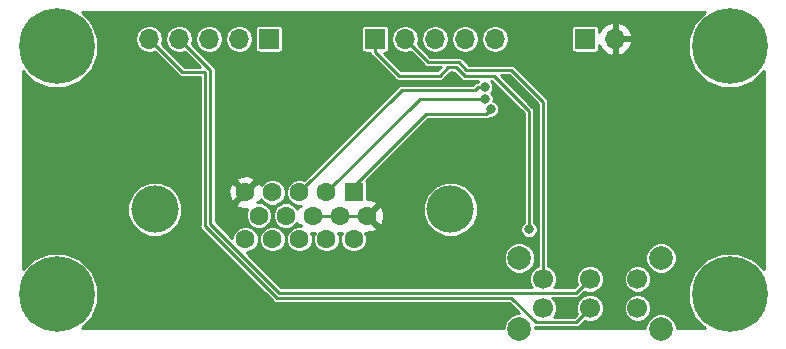
<source format=gbr>
G04 #@! TF.GenerationSoftware,KiCad,Pcbnew,6.0.0-rc1-unknown-r14633-2e907bfa*
G04 #@! TF.CreationDate,2018-12-23T16:51:31-08:00
G04 #@! TF.ProjectId,td-rgb,74642d72-6762-42e6-9b69-6361645f7063,rev?*
G04 #@! TF.SameCoordinates,Original*
G04 #@! TF.FileFunction,Copper,L2,Bot*
G04 #@! TF.FilePolarity,Positive*
%FSLAX46Y46*%
G04 Gerber Fmt 4.6, Leading zero omitted, Abs format (unit mm)*
G04 Created by KiCad (PCBNEW 6.0.0-rc1-unknown-r14633-2e907bfa) date Sun 23 Dec 2018 04:51:31 PM PST*
%MOMM*%
%LPD*%
G04 APERTURE LIST*
%ADD10C,6.400000*%
%ADD11O,1.700000X1.700000*%
%ADD12R,1.700000X1.700000*%
%ADD13C,1.700000*%
%ADD14C,2.000000*%
%ADD15C,4.000000*%
%ADD16C,1.600000*%
%ADD17R,1.600000X1.600000*%
%ADD18C,0.800000*%
%ADD19C,0.250000*%
%ADD20C,0.254000*%
G04 APERTURE END LIST*
D10*
X171000000Y-87000000D03*
X114000000Y-87000000D03*
X171000000Y-108000000D03*
D11*
X161290000Y-86360000D03*
D12*
X158750000Y-86360000D03*
D13*
X163182001Y-109180000D03*
X159182001Y-109180000D03*
X155182001Y-109180000D03*
X163182001Y-106680000D03*
X159182001Y-106680000D03*
X155182001Y-106680000D03*
D14*
X153182001Y-110930000D03*
X165182001Y-110930000D03*
X165182001Y-104930000D03*
X153182001Y-104930000D03*
D11*
X121840000Y-86360000D03*
X124380000Y-86360000D03*
X126920000Y-86360000D03*
X129460000Y-86360000D03*
D12*
X132000000Y-86360000D03*
D11*
X151130000Y-86360000D03*
X148590000Y-86360000D03*
X146050000Y-86360000D03*
X143510000Y-86360000D03*
D12*
X140970000Y-86360000D03*
D15*
X147332001Y-100788339D03*
X122332001Y-100788339D03*
D16*
X129987001Y-103328339D03*
X132277001Y-103328339D03*
X134567001Y-103328339D03*
X136857001Y-103328339D03*
X139147001Y-103328339D03*
X131132001Y-101348339D03*
X133422001Y-101348339D03*
X135712001Y-101348339D03*
X138002001Y-101348339D03*
X140292001Y-101348339D03*
X129987001Y-99368339D03*
X132277001Y-99368339D03*
X134567001Y-99368339D03*
X136857001Y-99368339D03*
D17*
X139147001Y-99368339D03*
D10*
X114000000Y-108000000D03*
D18*
X158000000Y-92500000D03*
X163000000Y-91500000D03*
X136140702Y-89640702D03*
X136000000Y-92000000D03*
X136000000Y-94500000D03*
X132000000Y-93000000D03*
X147500000Y-89500000D03*
X150500000Y-94000000D03*
X150250359Y-90446728D03*
X150286094Y-91446102D03*
X150754988Y-92329357D03*
X154000000Y-102500000D03*
D19*
X135712001Y-101348339D02*
X138002001Y-101348339D01*
X138002001Y-101348339D02*
X140292001Y-101348339D01*
X143210339Y-90725001D02*
X149406401Y-90725001D01*
X149684674Y-90446728D02*
X150250359Y-90446728D01*
X134567001Y-99368339D02*
X143210339Y-90725001D01*
X149406401Y-90725001D02*
X149684674Y-90446728D01*
X144779238Y-91446102D02*
X149720409Y-91446102D01*
X136857001Y-99368339D02*
X144779238Y-91446102D01*
X149720409Y-91446102D02*
X150286094Y-91446102D01*
X145270644Y-92729356D02*
X150354989Y-92729356D01*
X150354989Y-92729356D02*
X150754988Y-92329357D01*
X139147001Y-99368339D02*
X139147001Y-98852999D01*
X139147001Y-98852999D02*
X145270644Y-92729356D01*
X147151999Y-88774999D02*
X147848001Y-88774999D01*
X154000000Y-92500000D02*
X154000000Y-101934315D01*
X148573002Y-89500000D02*
X151000000Y-89500000D01*
X151000000Y-89500000D02*
X154000000Y-92500000D01*
X147848001Y-88774999D02*
X148573002Y-89500000D01*
X154000000Y-101934315D02*
X154000000Y-102500000D01*
X146426998Y-89500000D02*
X147151999Y-88774999D01*
X143010000Y-89500000D02*
X146426998Y-89500000D01*
X140970000Y-87460000D02*
X143010000Y-89500000D01*
X140970000Y-86360000D02*
X140970000Y-87460000D01*
X158332002Y-110029999D02*
X159182001Y-109180000D01*
X154568004Y-110355001D02*
X158007000Y-110355001D01*
X121840000Y-86360000D02*
X124657002Y-89177002D01*
X124657002Y-89177002D02*
X126560593Y-89177003D01*
X158007000Y-110355001D02*
X158332002Y-110029999D01*
X126560593Y-89177003D02*
X126560594Y-102203344D01*
X126560594Y-102203344D02*
X132662261Y-108305011D01*
X132662261Y-108305011D02*
X152518014Y-108305011D01*
X152518014Y-108305011D02*
X154568004Y-110355001D01*
X132848661Y-107855001D02*
X158007000Y-107855001D01*
X158007000Y-107855001D02*
X158332002Y-107529999D01*
X127010603Y-88990603D02*
X127010603Y-102016943D01*
X124380000Y-86360000D02*
X127010603Y-88990603D01*
X158332002Y-107529999D02*
X159182001Y-106680000D01*
X127010603Y-102016943D02*
X132848661Y-107855001D01*
X143510000Y-86360000D02*
X145474988Y-88324988D01*
X145474988Y-88324988D02*
X148034401Y-88324988D01*
X148034401Y-88324988D02*
X148709413Y-89000000D01*
X152500000Y-89000000D02*
X155182001Y-91682001D01*
X148709413Y-89000000D02*
X152500000Y-89000000D01*
X155182001Y-105477919D02*
X155182001Y-106680000D01*
X155182001Y-91682001D02*
X155182001Y-105477919D01*
D20*
G36*
X168009954Y-85002115D02*
G01*
X167473000Y-86298436D01*
X167473000Y-87701564D01*
X168009954Y-88997885D01*
X169002115Y-89990046D01*
X170298436Y-90527000D01*
X171701564Y-90527000D01*
X172997885Y-89990046D01*
X173873000Y-89114931D01*
X173873000Y-105885069D01*
X172997885Y-105009954D01*
X171701564Y-104473000D01*
X170298436Y-104473000D01*
X169002115Y-105009954D01*
X168009954Y-106002115D01*
X167473000Y-107298436D01*
X167473000Y-108701564D01*
X168009954Y-109997885D01*
X168885069Y-110873000D01*
X166509001Y-110873000D01*
X166509001Y-110666043D01*
X166306977Y-110178315D01*
X165933686Y-109805024D01*
X165445958Y-109603000D01*
X164918044Y-109603000D01*
X164430316Y-109805024D01*
X164057025Y-110178315D01*
X163855001Y-110666043D01*
X163855001Y-110873000D01*
X154509001Y-110873000D01*
X154509001Y-110804120D01*
X154568004Y-110815856D01*
X154612522Y-110807001D01*
X157962482Y-110807001D01*
X158007000Y-110815856D01*
X158051518Y-110807001D01*
X158183362Y-110780776D01*
X158332874Y-110680875D01*
X158358093Y-110643132D01*
X158683093Y-110318133D01*
X158683095Y-110318130D01*
X158733164Y-110268061D01*
X158947881Y-110357000D01*
X159416121Y-110357000D01*
X159848718Y-110177813D01*
X160179814Y-109846717D01*
X160359001Y-109414120D01*
X160359001Y-108945880D01*
X162005001Y-108945880D01*
X162005001Y-109414120D01*
X162184188Y-109846717D01*
X162515284Y-110177813D01*
X162947881Y-110357000D01*
X163416121Y-110357000D01*
X163848718Y-110177813D01*
X164179814Y-109846717D01*
X164359001Y-109414120D01*
X164359001Y-108945880D01*
X164179814Y-108513283D01*
X163848718Y-108182187D01*
X163416121Y-108003000D01*
X162947881Y-108003000D01*
X162515284Y-108182187D01*
X162184188Y-108513283D01*
X162005001Y-108945880D01*
X160359001Y-108945880D01*
X160179814Y-108513283D01*
X159848718Y-108182187D01*
X159416121Y-108003000D01*
X158947881Y-108003000D01*
X158515284Y-108182187D01*
X158184188Y-108513283D01*
X158005001Y-108945880D01*
X158005001Y-109414120D01*
X158093940Y-109628837D01*
X158043871Y-109678906D01*
X158043868Y-109678908D01*
X157819776Y-109903001D01*
X156123530Y-109903001D01*
X156179814Y-109846717D01*
X156359001Y-109414120D01*
X156359001Y-108945880D01*
X156179814Y-108513283D01*
X155973532Y-108307001D01*
X157962482Y-108307001D01*
X158007000Y-108315856D01*
X158051518Y-108307001D01*
X158183362Y-108280776D01*
X158332874Y-108180875D01*
X158358093Y-108143132D01*
X158683093Y-107818133D01*
X158683095Y-107818130D01*
X158733164Y-107768061D01*
X158947881Y-107857000D01*
X159416121Y-107857000D01*
X159848718Y-107677813D01*
X160179814Y-107346717D01*
X160359001Y-106914120D01*
X160359001Y-106445880D01*
X162005001Y-106445880D01*
X162005001Y-106914120D01*
X162184188Y-107346717D01*
X162515284Y-107677813D01*
X162947881Y-107857000D01*
X163416121Y-107857000D01*
X163848718Y-107677813D01*
X164179814Y-107346717D01*
X164359001Y-106914120D01*
X164359001Y-106445880D01*
X164179814Y-106013283D01*
X163848718Y-105682187D01*
X163416121Y-105503000D01*
X162947881Y-105503000D01*
X162515284Y-105682187D01*
X162184188Y-106013283D01*
X162005001Y-106445880D01*
X160359001Y-106445880D01*
X160179814Y-106013283D01*
X159848718Y-105682187D01*
X159416121Y-105503000D01*
X158947881Y-105503000D01*
X158515284Y-105682187D01*
X158184188Y-106013283D01*
X158005001Y-106445880D01*
X158005001Y-106914120D01*
X158093940Y-107128837D01*
X158043871Y-107178906D01*
X158043868Y-107178908D01*
X157819776Y-107403001D01*
X156123530Y-107403001D01*
X156179814Y-107346717D01*
X156359001Y-106914120D01*
X156359001Y-106445880D01*
X156179814Y-106013283D01*
X155848718Y-105682187D01*
X155634001Y-105593249D01*
X155634001Y-104666043D01*
X163855001Y-104666043D01*
X163855001Y-105193957D01*
X164057025Y-105681685D01*
X164430316Y-106054976D01*
X164918044Y-106257000D01*
X165445958Y-106257000D01*
X165933686Y-106054976D01*
X166306977Y-105681685D01*
X166509001Y-105193957D01*
X166509001Y-104666043D01*
X166306977Y-104178315D01*
X165933686Y-103805024D01*
X165445958Y-103603000D01*
X164918044Y-103603000D01*
X164430316Y-103805024D01*
X164057025Y-104178315D01*
X163855001Y-104666043D01*
X155634001Y-104666043D01*
X155634001Y-91726518D01*
X155642856Y-91682000D01*
X155607776Y-91505639D01*
X155567995Y-91446103D01*
X155507875Y-91356127D01*
X155470135Y-91330910D01*
X152851093Y-88711869D01*
X152825874Y-88674126D01*
X152676362Y-88574225D01*
X152544518Y-88548000D01*
X152500000Y-88539145D01*
X152455482Y-88548000D01*
X148896638Y-88548000D01*
X148385494Y-88036857D01*
X148360275Y-87999114D01*
X148210763Y-87899213D01*
X148078919Y-87872988D01*
X148034401Y-87864133D01*
X147989883Y-87872988D01*
X145662213Y-87872988D01*
X144614606Y-86825382D01*
X144618709Y-86819242D01*
X144710058Y-86360000D01*
X144849942Y-86360000D01*
X144941291Y-86819242D01*
X145201431Y-87208569D01*
X145590758Y-87468709D01*
X145934080Y-87537000D01*
X146165920Y-87537000D01*
X146509242Y-87468709D01*
X146898569Y-87208569D01*
X147158709Y-86819242D01*
X147250058Y-86360000D01*
X147389942Y-86360000D01*
X147481291Y-86819242D01*
X147741431Y-87208569D01*
X148130758Y-87468709D01*
X148474080Y-87537000D01*
X148705920Y-87537000D01*
X149049242Y-87468709D01*
X149438569Y-87208569D01*
X149698709Y-86819242D01*
X149790058Y-86360000D01*
X149929942Y-86360000D01*
X150021291Y-86819242D01*
X150281431Y-87208569D01*
X150670758Y-87468709D01*
X151014080Y-87537000D01*
X151245920Y-87537000D01*
X151589242Y-87468709D01*
X151978569Y-87208569D01*
X152238709Y-86819242D01*
X152330058Y-86360000D01*
X152238709Y-85900758D01*
X151978569Y-85511431D01*
X151976428Y-85510000D01*
X157566594Y-85510000D01*
X157566594Y-87210000D01*
X157591973Y-87337589D01*
X157664246Y-87445754D01*
X157772411Y-87518027D01*
X157900000Y-87543406D01*
X159600000Y-87543406D01*
X159727589Y-87518027D01*
X159835754Y-87445754D01*
X159908027Y-87337589D01*
X159933406Y-87210000D01*
X159933406Y-86897657D01*
X160094817Y-87241358D01*
X160523076Y-87631645D01*
X160933110Y-87801476D01*
X161163000Y-87680155D01*
X161163000Y-86487000D01*
X161417000Y-86487000D01*
X161417000Y-87680155D01*
X161646890Y-87801476D01*
X162056924Y-87631645D01*
X162485183Y-87241358D01*
X162731486Y-86716892D01*
X162610819Y-86487000D01*
X161417000Y-86487000D01*
X161163000Y-86487000D01*
X161143000Y-86487000D01*
X161143000Y-86233000D01*
X161163000Y-86233000D01*
X161163000Y-85039845D01*
X161417000Y-85039845D01*
X161417000Y-86233000D01*
X162610819Y-86233000D01*
X162731486Y-86003108D01*
X162485183Y-85478642D01*
X162056924Y-85088355D01*
X161646890Y-84918524D01*
X161417000Y-85039845D01*
X161163000Y-85039845D01*
X160933110Y-84918524D01*
X160523076Y-85088355D01*
X160094817Y-85478642D01*
X159933406Y-85822343D01*
X159933406Y-85510000D01*
X159908027Y-85382411D01*
X159835754Y-85274246D01*
X159727589Y-85201973D01*
X159600000Y-85176594D01*
X157900000Y-85176594D01*
X157772411Y-85201973D01*
X157664246Y-85274246D01*
X157591973Y-85382411D01*
X157566594Y-85510000D01*
X151976428Y-85510000D01*
X151589242Y-85251291D01*
X151245920Y-85183000D01*
X151014080Y-85183000D01*
X150670758Y-85251291D01*
X150281431Y-85511431D01*
X150021291Y-85900758D01*
X149929942Y-86360000D01*
X149790058Y-86360000D01*
X149698709Y-85900758D01*
X149438569Y-85511431D01*
X149049242Y-85251291D01*
X148705920Y-85183000D01*
X148474080Y-85183000D01*
X148130758Y-85251291D01*
X147741431Y-85511431D01*
X147481291Y-85900758D01*
X147389942Y-86360000D01*
X147250058Y-86360000D01*
X147158709Y-85900758D01*
X146898569Y-85511431D01*
X146509242Y-85251291D01*
X146165920Y-85183000D01*
X145934080Y-85183000D01*
X145590758Y-85251291D01*
X145201431Y-85511431D01*
X144941291Y-85900758D01*
X144849942Y-86360000D01*
X144710058Y-86360000D01*
X144618709Y-85900758D01*
X144358569Y-85511431D01*
X143969242Y-85251291D01*
X143625920Y-85183000D01*
X143394080Y-85183000D01*
X143050758Y-85251291D01*
X142661431Y-85511431D01*
X142401291Y-85900758D01*
X142309942Y-86360000D01*
X142401291Y-86819242D01*
X142661431Y-87208569D01*
X143050758Y-87468709D01*
X143394080Y-87537000D01*
X143625920Y-87537000D01*
X143969242Y-87468709D01*
X143975382Y-87464606D01*
X145123896Y-88613121D01*
X145149114Y-88650862D01*
X145298626Y-88750763D01*
X145420476Y-88775000D01*
X145474988Y-88785843D01*
X145519506Y-88776988D01*
X146510785Y-88776988D01*
X146239774Y-89048000D01*
X143197225Y-89048000D01*
X141692630Y-87543406D01*
X141820000Y-87543406D01*
X141947589Y-87518027D01*
X142055754Y-87445754D01*
X142128027Y-87337589D01*
X142153406Y-87210000D01*
X142153406Y-85510000D01*
X142128027Y-85382411D01*
X142055754Y-85274246D01*
X141947589Y-85201973D01*
X141820000Y-85176594D01*
X140120000Y-85176594D01*
X139992411Y-85201973D01*
X139884246Y-85274246D01*
X139811973Y-85382411D01*
X139786594Y-85510000D01*
X139786594Y-87210000D01*
X139811973Y-87337589D01*
X139884246Y-87445754D01*
X139992411Y-87518027D01*
X140120000Y-87543406D01*
X140525735Y-87543406D01*
X140544225Y-87636361D01*
X140618909Y-87748133D01*
X140644127Y-87785874D01*
X140681867Y-87811091D01*
X142658908Y-89788133D01*
X142684126Y-89825874D01*
X142721866Y-89851091D01*
X142833638Y-89925775D01*
X143010000Y-89960855D01*
X143054518Y-89952000D01*
X146382480Y-89952000D01*
X146426998Y-89960855D01*
X146471516Y-89952000D01*
X146603360Y-89925775D01*
X146752872Y-89825874D01*
X146778091Y-89788131D01*
X147339224Y-89226999D01*
X147660777Y-89226999D01*
X148221910Y-89788133D01*
X148247128Y-89825874D01*
X148396640Y-89925775D01*
X148528484Y-89952000D01*
X148528485Y-89952000D01*
X148573001Y-89960855D01*
X148617518Y-89952000D01*
X149716953Y-89952000D01*
X149682684Y-89986269D01*
X149640157Y-89994728D01*
X149640156Y-89994728D01*
X149508312Y-90020953D01*
X149358800Y-90120854D01*
X149333579Y-90158600D01*
X149219177Y-90273001D01*
X143254857Y-90273001D01*
X143210339Y-90264146D01*
X143165821Y-90273001D01*
X143033977Y-90299226D01*
X142884465Y-90399127D01*
X142859248Y-90436867D01*
X134977570Y-98318546D01*
X134791175Y-98241339D01*
X134342827Y-98241339D01*
X133928607Y-98412915D01*
X133611577Y-98729945D01*
X133440001Y-99144165D01*
X133440001Y-99592513D01*
X133611577Y-100006733D01*
X133928607Y-100323763D01*
X134342827Y-100495339D01*
X134679393Y-100495339D01*
X134704254Y-100520200D01*
X134458137Y-100594334D01*
X134398390Y-100760558D01*
X134377425Y-100709945D01*
X134060395Y-100392915D01*
X133646175Y-100221339D01*
X133197827Y-100221339D01*
X132783607Y-100392915D01*
X132466577Y-100709945D01*
X132295001Y-101124165D01*
X132295001Y-101572513D01*
X132466577Y-101986733D01*
X132783607Y-102303763D01*
X133197827Y-102475339D01*
X133646175Y-102475339D01*
X134060395Y-102303763D01*
X134377425Y-101986733D01*
X134393837Y-101947111D01*
X134458137Y-102102344D01*
X134704254Y-102176478D01*
X134679393Y-102201339D01*
X134342827Y-102201339D01*
X133928607Y-102372915D01*
X133611577Y-102689945D01*
X133440001Y-103104165D01*
X133440001Y-103552513D01*
X133611577Y-103966733D01*
X133928607Y-104283763D01*
X134342827Y-104455339D01*
X134791175Y-104455339D01*
X135205395Y-104283763D01*
X135522425Y-103966733D01*
X135694001Y-103552513D01*
X135694001Y-103104165D01*
X135564694Y-102791992D01*
X135865243Y-102777663D01*
X135730001Y-103104165D01*
X135730001Y-103552513D01*
X135901577Y-103966733D01*
X136218607Y-104283763D01*
X136632827Y-104455339D01*
X137081175Y-104455339D01*
X137495395Y-104283763D01*
X137812425Y-103966733D01*
X137984001Y-103552513D01*
X137984001Y-103104165D01*
X137854694Y-102791992D01*
X138155243Y-102777663D01*
X138020001Y-103104165D01*
X138020001Y-103552513D01*
X138191577Y-103966733D01*
X138508607Y-104283763D01*
X138922827Y-104455339D01*
X139371175Y-104455339D01*
X139785395Y-104283763D01*
X140102425Y-103966733D01*
X140274001Y-103552513D01*
X140274001Y-103104165D01*
X140144694Y-102791992D01*
X140645455Y-102768117D01*
X141046006Y-102602203D01*
X141120140Y-102356084D01*
X140292001Y-101527944D01*
X140277859Y-101542087D01*
X140098253Y-101362481D01*
X140112396Y-101348339D01*
X140471606Y-101348339D01*
X141299746Y-102176478D01*
X141545865Y-102102344D01*
X141738966Y-101565116D01*
X141711779Y-100994885D01*
X141545865Y-100594334D01*
X141299746Y-100520200D01*
X140471606Y-101348339D01*
X140112396Y-101348339D01*
X140098253Y-101334197D01*
X140277859Y-101154591D01*
X140292001Y-101168734D01*
X141120140Y-100340594D01*
X141115585Y-100325470D01*
X145005001Y-100325470D01*
X145005001Y-101251208D01*
X145359265Y-102106479D01*
X146013861Y-102761075D01*
X146869132Y-103115339D01*
X147794870Y-103115339D01*
X148650141Y-102761075D01*
X149304737Y-102106479D01*
X149659001Y-101251208D01*
X149659001Y-100325470D01*
X149304737Y-99470199D01*
X148650141Y-98815603D01*
X147794870Y-98461339D01*
X146869132Y-98461339D01*
X146013861Y-98815603D01*
X145359265Y-99470199D01*
X145005001Y-100325470D01*
X141115585Y-100325470D01*
X141046006Y-100094475D01*
X140508778Y-99901374D01*
X140280407Y-99912262D01*
X140280407Y-98568339D01*
X140255028Y-98440750D01*
X140232376Y-98406848D01*
X145457869Y-93181356D01*
X150310471Y-93181356D01*
X150354989Y-93190211D01*
X150399507Y-93181356D01*
X150531351Y-93155131D01*
X150679176Y-93056357D01*
X150899597Y-93056357D01*
X151166801Y-92945678D01*
X151371309Y-92741170D01*
X151481988Y-92473966D01*
X151481988Y-92184748D01*
X151371309Y-91917544D01*
X151166801Y-91713036D01*
X150992355Y-91640779D01*
X151013094Y-91590711D01*
X151013094Y-91301493D01*
X150902415Y-91034289D01*
X150796674Y-90928548D01*
X150866680Y-90858541D01*
X150977359Y-90591337D01*
X150977359Y-90302119D01*
X150866680Y-90034915D01*
X150783765Y-89952000D01*
X150812776Y-89952000D01*
X153548000Y-92687225D01*
X153548001Y-101889793D01*
X153548000Y-101889798D01*
X153548000Y-101923866D01*
X153383679Y-102088187D01*
X153273000Y-102355391D01*
X153273000Y-102644609D01*
X153383679Y-102911813D01*
X153588187Y-103116321D01*
X153855391Y-103227000D01*
X154144609Y-103227000D01*
X154411813Y-103116321D01*
X154616321Y-102911813D01*
X154727000Y-102644609D01*
X154727000Y-102355391D01*
X154616321Y-102088187D01*
X154452000Y-101923866D01*
X154452000Y-92544518D01*
X154460855Y-92500000D01*
X154425775Y-92323638D01*
X154394850Y-92277356D01*
X154325874Y-92174126D01*
X154288134Y-92148909D01*
X151591224Y-89452000D01*
X152312776Y-89452000D01*
X154730001Y-91869226D01*
X154730002Y-105433397D01*
X154730001Y-105433402D01*
X154730001Y-105593249D01*
X154515284Y-105682187D01*
X154184188Y-106013283D01*
X154005001Y-106445880D01*
X154005001Y-106914120D01*
X154184188Y-107346717D01*
X154240472Y-107403001D01*
X133035886Y-107403001D01*
X130298928Y-104666043D01*
X151855001Y-104666043D01*
X151855001Y-105193957D01*
X152057025Y-105681685D01*
X152430316Y-106054976D01*
X152918044Y-106257000D01*
X153445958Y-106257000D01*
X153933686Y-106054976D01*
X154306977Y-105681685D01*
X154509001Y-105193957D01*
X154509001Y-104666043D01*
X154306977Y-104178315D01*
X153933686Y-103805024D01*
X153445958Y-103603000D01*
X152918044Y-103603000D01*
X152430316Y-103805024D01*
X152057025Y-104178315D01*
X151855001Y-104666043D01*
X130298928Y-104666043D01*
X130088223Y-104455339D01*
X130211175Y-104455339D01*
X130625395Y-104283763D01*
X130942425Y-103966733D01*
X131114001Y-103552513D01*
X131114001Y-103104165D01*
X131150001Y-103104165D01*
X131150001Y-103552513D01*
X131321577Y-103966733D01*
X131638607Y-104283763D01*
X132052827Y-104455339D01*
X132501175Y-104455339D01*
X132915395Y-104283763D01*
X133232425Y-103966733D01*
X133404001Y-103552513D01*
X133404001Y-103104165D01*
X133232425Y-102689945D01*
X132915395Y-102372915D01*
X132501175Y-102201339D01*
X132052827Y-102201339D01*
X131638607Y-102372915D01*
X131321577Y-102689945D01*
X131150001Y-103104165D01*
X131114001Y-103104165D01*
X130942425Y-102689945D01*
X130625395Y-102372915D01*
X130211175Y-102201339D01*
X129762827Y-102201339D01*
X129348607Y-102372915D01*
X129031577Y-102689945D01*
X128860001Y-103104165D01*
X128860001Y-103227117D01*
X127462603Y-101829719D01*
X127462603Y-100376084D01*
X129158862Y-100376084D01*
X129232996Y-100622203D01*
X129770224Y-100815304D01*
X130140243Y-100797663D01*
X130005001Y-101124165D01*
X130005001Y-101572513D01*
X130176577Y-101986733D01*
X130493607Y-102303763D01*
X130907827Y-102475339D01*
X131356175Y-102475339D01*
X131770395Y-102303763D01*
X132087425Y-101986733D01*
X132259001Y-101572513D01*
X132259001Y-101124165D01*
X132087425Y-100709945D01*
X131770395Y-100392915D01*
X131356175Y-100221339D01*
X131019609Y-100221339D01*
X130994748Y-100196478D01*
X131240865Y-100122344D01*
X131300612Y-99956120D01*
X131321577Y-100006733D01*
X131638607Y-100323763D01*
X132052827Y-100495339D01*
X132501175Y-100495339D01*
X132915395Y-100323763D01*
X133232425Y-100006733D01*
X133404001Y-99592513D01*
X133404001Y-99144165D01*
X133232425Y-98729945D01*
X132915395Y-98412915D01*
X132501175Y-98241339D01*
X132052827Y-98241339D01*
X131638607Y-98412915D01*
X131321577Y-98729945D01*
X131305165Y-98769567D01*
X131240865Y-98614334D01*
X130994746Y-98540200D01*
X130166606Y-99368339D01*
X130180749Y-99382481D01*
X130001143Y-99562087D01*
X129987001Y-99547944D01*
X129158862Y-100376084D01*
X127462603Y-100376084D01*
X127462603Y-99151562D01*
X128540036Y-99151562D01*
X128567223Y-99721793D01*
X128733137Y-100122344D01*
X128979256Y-100196478D01*
X129807396Y-99368339D01*
X128979256Y-98540200D01*
X128733137Y-98614334D01*
X128540036Y-99151562D01*
X127462603Y-99151562D01*
X127462603Y-98360594D01*
X129158862Y-98360594D01*
X129987001Y-99188734D01*
X130815140Y-98360594D01*
X130741006Y-98114475D01*
X130203778Y-97921374D01*
X129633547Y-97948561D01*
X129232996Y-98114475D01*
X129158862Y-98360594D01*
X127462603Y-98360594D01*
X127462603Y-89035119D01*
X127471458Y-88990602D01*
X127462603Y-88946085D01*
X127436378Y-88814241D01*
X127336477Y-88664729D01*
X127298734Y-88639510D01*
X125484606Y-86825382D01*
X125488709Y-86819242D01*
X125580058Y-86360000D01*
X125719942Y-86360000D01*
X125811291Y-86819242D01*
X126071431Y-87208569D01*
X126460758Y-87468709D01*
X126804080Y-87537000D01*
X127035920Y-87537000D01*
X127379242Y-87468709D01*
X127768569Y-87208569D01*
X128028709Y-86819242D01*
X128120058Y-86360000D01*
X128259942Y-86360000D01*
X128351291Y-86819242D01*
X128611431Y-87208569D01*
X129000758Y-87468709D01*
X129344080Y-87537000D01*
X129575920Y-87537000D01*
X129919242Y-87468709D01*
X130308569Y-87208569D01*
X130568709Y-86819242D01*
X130660058Y-86360000D01*
X130568709Y-85900758D01*
X130308569Y-85511431D01*
X130306428Y-85510000D01*
X130816594Y-85510000D01*
X130816594Y-87210000D01*
X130841973Y-87337589D01*
X130914246Y-87445754D01*
X131022411Y-87518027D01*
X131150000Y-87543406D01*
X132850000Y-87543406D01*
X132977589Y-87518027D01*
X133085754Y-87445754D01*
X133158027Y-87337589D01*
X133183406Y-87210000D01*
X133183406Y-85510000D01*
X133158027Y-85382411D01*
X133085754Y-85274246D01*
X132977589Y-85201973D01*
X132850000Y-85176594D01*
X131150000Y-85176594D01*
X131022411Y-85201973D01*
X130914246Y-85274246D01*
X130841973Y-85382411D01*
X130816594Y-85510000D01*
X130306428Y-85510000D01*
X129919242Y-85251291D01*
X129575920Y-85183000D01*
X129344080Y-85183000D01*
X129000758Y-85251291D01*
X128611431Y-85511431D01*
X128351291Y-85900758D01*
X128259942Y-86360000D01*
X128120058Y-86360000D01*
X128028709Y-85900758D01*
X127768569Y-85511431D01*
X127379242Y-85251291D01*
X127035920Y-85183000D01*
X126804080Y-85183000D01*
X126460758Y-85251291D01*
X126071431Y-85511431D01*
X125811291Y-85900758D01*
X125719942Y-86360000D01*
X125580058Y-86360000D01*
X125488709Y-85900758D01*
X125228569Y-85511431D01*
X124839242Y-85251291D01*
X124495920Y-85183000D01*
X124264080Y-85183000D01*
X123920758Y-85251291D01*
X123531431Y-85511431D01*
X123271291Y-85900758D01*
X123179942Y-86360000D01*
X123271291Y-86819242D01*
X123531431Y-87208569D01*
X123920758Y-87468709D01*
X124264080Y-87537000D01*
X124495920Y-87537000D01*
X124839242Y-87468709D01*
X124845382Y-87464606D01*
X126105779Y-88725003D01*
X124844226Y-88725002D01*
X122944606Y-86825382D01*
X122948709Y-86819242D01*
X123040058Y-86360000D01*
X122948709Y-85900758D01*
X122688569Y-85511431D01*
X122299242Y-85251291D01*
X121955920Y-85183000D01*
X121724080Y-85183000D01*
X121380758Y-85251291D01*
X120991431Y-85511431D01*
X120731291Y-85900758D01*
X120639942Y-86360000D01*
X120731291Y-86819242D01*
X120991431Y-87208569D01*
X121380758Y-87468709D01*
X121724080Y-87537000D01*
X121955920Y-87537000D01*
X122299242Y-87468709D01*
X122305382Y-87464606D01*
X124305911Y-89465135D01*
X124331128Y-89502875D01*
X124368868Y-89528092D01*
X124480640Y-89602776D01*
X124657001Y-89637857D01*
X124701522Y-89629001D01*
X126108593Y-89629003D01*
X126108595Y-102158821D01*
X126099739Y-102203344D01*
X126134819Y-102379705D01*
X126176923Y-102442718D01*
X126234721Y-102529218D01*
X126272461Y-102554435D01*
X132311169Y-108593144D01*
X132336387Y-108630885D01*
X132485899Y-108730786D01*
X132617743Y-108757011D01*
X132617744Y-108757011D01*
X132662260Y-108765866D01*
X132706777Y-108757011D01*
X152330790Y-108757011D01*
X153176779Y-109603000D01*
X152918044Y-109603000D01*
X152430316Y-109805024D01*
X152057025Y-110178315D01*
X151855001Y-110666043D01*
X151855001Y-110873000D01*
X116114931Y-110873000D01*
X116990046Y-109997885D01*
X117527000Y-108701564D01*
X117527000Y-107298436D01*
X116990046Y-106002115D01*
X115997885Y-105009954D01*
X114701564Y-104473000D01*
X113298436Y-104473000D01*
X112002115Y-105009954D01*
X111127000Y-105885069D01*
X111127000Y-100325470D01*
X120005001Y-100325470D01*
X120005001Y-101251208D01*
X120359265Y-102106479D01*
X121013861Y-102761075D01*
X121869132Y-103115339D01*
X122794870Y-103115339D01*
X123650141Y-102761075D01*
X124304737Y-102106479D01*
X124659001Y-101251208D01*
X124659001Y-100325470D01*
X124304737Y-99470199D01*
X123650141Y-98815603D01*
X122794870Y-98461339D01*
X121869132Y-98461339D01*
X121013861Y-98815603D01*
X120359265Y-99470199D01*
X120005001Y-100325470D01*
X111127000Y-100325470D01*
X111127000Y-89114931D01*
X112002115Y-89990046D01*
X113298436Y-90527000D01*
X114701564Y-90527000D01*
X115997885Y-89990046D01*
X116990046Y-88997885D01*
X117527000Y-87701564D01*
X117527000Y-86298436D01*
X116990046Y-85002115D01*
X116114931Y-84127000D01*
X168885069Y-84127000D01*
X168009954Y-85002115D01*
X168009954Y-85002115D01*
G37*
X168009954Y-85002115D02*
X167473000Y-86298436D01*
X167473000Y-87701564D01*
X168009954Y-88997885D01*
X169002115Y-89990046D01*
X170298436Y-90527000D01*
X171701564Y-90527000D01*
X172997885Y-89990046D01*
X173873000Y-89114931D01*
X173873000Y-105885069D01*
X172997885Y-105009954D01*
X171701564Y-104473000D01*
X170298436Y-104473000D01*
X169002115Y-105009954D01*
X168009954Y-106002115D01*
X167473000Y-107298436D01*
X167473000Y-108701564D01*
X168009954Y-109997885D01*
X168885069Y-110873000D01*
X166509001Y-110873000D01*
X166509001Y-110666043D01*
X166306977Y-110178315D01*
X165933686Y-109805024D01*
X165445958Y-109603000D01*
X164918044Y-109603000D01*
X164430316Y-109805024D01*
X164057025Y-110178315D01*
X163855001Y-110666043D01*
X163855001Y-110873000D01*
X154509001Y-110873000D01*
X154509001Y-110804120D01*
X154568004Y-110815856D01*
X154612522Y-110807001D01*
X157962482Y-110807001D01*
X158007000Y-110815856D01*
X158051518Y-110807001D01*
X158183362Y-110780776D01*
X158332874Y-110680875D01*
X158358093Y-110643132D01*
X158683093Y-110318133D01*
X158683095Y-110318130D01*
X158733164Y-110268061D01*
X158947881Y-110357000D01*
X159416121Y-110357000D01*
X159848718Y-110177813D01*
X160179814Y-109846717D01*
X160359001Y-109414120D01*
X160359001Y-108945880D01*
X162005001Y-108945880D01*
X162005001Y-109414120D01*
X162184188Y-109846717D01*
X162515284Y-110177813D01*
X162947881Y-110357000D01*
X163416121Y-110357000D01*
X163848718Y-110177813D01*
X164179814Y-109846717D01*
X164359001Y-109414120D01*
X164359001Y-108945880D01*
X164179814Y-108513283D01*
X163848718Y-108182187D01*
X163416121Y-108003000D01*
X162947881Y-108003000D01*
X162515284Y-108182187D01*
X162184188Y-108513283D01*
X162005001Y-108945880D01*
X160359001Y-108945880D01*
X160179814Y-108513283D01*
X159848718Y-108182187D01*
X159416121Y-108003000D01*
X158947881Y-108003000D01*
X158515284Y-108182187D01*
X158184188Y-108513283D01*
X158005001Y-108945880D01*
X158005001Y-109414120D01*
X158093940Y-109628837D01*
X158043871Y-109678906D01*
X158043868Y-109678908D01*
X157819776Y-109903001D01*
X156123530Y-109903001D01*
X156179814Y-109846717D01*
X156359001Y-109414120D01*
X156359001Y-108945880D01*
X156179814Y-108513283D01*
X155973532Y-108307001D01*
X157962482Y-108307001D01*
X158007000Y-108315856D01*
X158051518Y-108307001D01*
X158183362Y-108280776D01*
X158332874Y-108180875D01*
X158358093Y-108143132D01*
X158683093Y-107818133D01*
X158683095Y-107818130D01*
X158733164Y-107768061D01*
X158947881Y-107857000D01*
X159416121Y-107857000D01*
X159848718Y-107677813D01*
X160179814Y-107346717D01*
X160359001Y-106914120D01*
X160359001Y-106445880D01*
X162005001Y-106445880D01*
X162005001Y-106914120D01*
X162184188Y-107346717D01*
X162515284Y-107677813D01*
X162947881Y-107857000D01*
X163416121Y-107857000D01*
X163848718Y-107677813D01*
X164179814Y-107346717D01*
X164359001Y-106914120D01*
X164359001Y-106445880D01*
X164179814Y-106013283D01*
X163848718Y-105682187D01*
X163416121Y-105503000D01*
X162947881Y-105503000D01*
X162515284Y-105682187D01*
X162184188Y-106013283D01*
X162005001Y-106445880D01*
X160359001Y-106445880D01*
X160179814Y-106013283D01*
X159848718Y-105682187D01*
X159416121Y-105503000D01*
X158947881Y-105503000D01*
X158515284Y-105682187D01*
X158184188Y-106013283D01*
X158005001Y-106445880D01*
X158005001Y-106914120D01*
X158093940Y-107128837D01*
X158043871Y-107178906D01*
X158043868Y-107178908D01*
X157819776Y-107403001D01*
X156123530Y-107403001D01*
X156179814Y-107346717D01*
X156359001Y-106914120D01*
X156359001Y-106445880D01*
X156179814Y-106013283D01*
X155848718Y-105682187D01*
X155634001Y-105593249D01*
X155634001Y-104666043D01*
X163855001Y-104666043D01*
X163855001Y-105193957D01*
X164057025Y-105681685D01*
X164430316Y-106054976D01*
X164918044Y-106257000D01*
X165445958Y-106257000D01*
X165933686Y-106054976D01*
X166306977Y-105681685D01*
X166509001Y-105193957D01*
X166509001Y-104666043D01*
X166306977Y-104178315D01*
X165933686Y-103805024D01*
X165445958Y-103603000D01*
X164918044Y-103603000D01*
X164430316Y-103805024D01*
X164057025Y-104178315D01*
X163855001Y-104666043D01*
X155634001Y-104666043D01*
X155634001Y-91726518D01*
X155642856Y-91682000D01*
X155607776Y-91505639D01*
X155567995Y-91446103D01*
X155507875Y-91356127D01*
X155470135Y-91330910D01*
X152851093Y-88711869D01*
X152825874Y-88674126D01*
X152676362Y-88574225D01*
X152544518Y-88548000D01*
X152500000Y-88539145D01*
X152455482Y-88548000D01*
X148896638Y-88548000D01*
X148385494Y-88036857D01*
X148360275Y-87999114D01*
X148210763Y-87899213D01*
X148078919Y-87872988D01*
X148034401Y-87864133D01*
X147989883Y-87872988D01*
X145662213Y-87872988D01*
X144614606Y-86825382D01*
X144618709Y-86819242D01*
X144710058Y-86360000D01*
X144849942Y-86360000D01*
X144941291Y-86819242D01*
X145201431Y-87208569D01*
X145590758Y-87468709D01*
X145934080Y-87537000D01*
X146165920Y-87537000D01*
X146509242Y-87468709D01*
X146898569Y-87208569D01*
X147158709Y-86819242D01*
X147250058Y-86360000D01*
X147389942Y-86360000D01*
X147481291Y-86819242D01*
X147741431Y-87208569D01*
X148130758Y-87468709D01*
X148474080Y-87537000D01*
X148705920Y-87537000D01*
X149049242Y-87468709D01*
X149438569Y-87208569D01*
X149698709Y-86819242D01*
X149790058Y-86360000D01*
X149929942Y-86360000D01*
X150021291Y-86819242D01*
X150281431Y-87208569D01*
X150670758Y-87468709D01*
X151014080Y-87537000D01*
X151245920Y-87537000D01*
X151589242Y-87468709D01*
X151978569Y-87208569D01*
X152238709Y-86819242D01*
X152330058Y-86360000D01*
X152238709Y-85900758D01*
X151978569Y-85511431D01*
X151976428Y-85510000D01*
X157566594Y-85510000D01*
X157566594Y-87210000D01*
X157591973Y-87337589D01*
X157664246Y-87445754D01*
X157772411Y-87518027D01*
X157900000Y-87543406D01*
X159600000Y-87543406D01*
X159727589Y-87518027D01*
X159835754Y-87445754D01*
X159908027Y-87337589D01*
X159933406Y-87210000D01*
X159933406Y-86897657D01*
X160094817Y-87241358D01*
X160523076Y-87631645D01*
X160933110Y-87801476D01*
X161163000Y-87680155D01*
X161163000Y-86487000D01*
X161417000Y-86487000D01*
X161417000Y-87680155D01*
X161646890Y-87801476D01*
X162056924Y-87631645D01*
X162485183Y-87241358D01*
X162731486Y-86716892D01*
X162610819Y-86487000D01*
X161417000Y-86487000D01*
X161163000Y-86487000D01*
X161143000Y-86487000D01*
X161143000Y-86233000D01*
X161163000Y-86233000D01*
X161163000Y-85039845D01*
X161417000Y-85039845D01*
X161417000Y-86233000D01*
X162610819Y-86233000D01*
X162731486Y-86003108D01*
X162485183Y-85478642D01*
X162056924Y-85088355D01*
X161646890Y-84918524D01*
X161417000Y-85039845D01*
X161163000Y-85039845D01*
X160933110Y-84918524D01*
X160523076Y-85088355D01*
X160094817Y-85478642D01*
X159933406Y-85822343D01*
X159933406Y-85510000D01*
X159908027Y-85382411D01*
X159835754Y-85274246D01*
X159727589Y-85201973D01*
X159600000Y-85176594D01*
X157900000Y-85176594D01*
X157772411Y-85201973D01*
X157664246Y-85274246D01*
X157591973Y-85382411D01*
X157566594Y-85510000D01*
X151976428Y-85510000D01*
X151589242Y-85251291D01*
X151245920Y-85183000D01*
X151014080Y-85183000D01*
X150670758Y-85251291D01*
X150281431Y-85511431D01*
X150021291Y-85900758D01*
X149929942Y-86360000D01*
X149790058Y-86360000D01*
X149698709Y-85900758D01*
X149438569Y-85511431D01*
X149049242Y-85251291D01*
X148705920Y-85183000D01*
X148474080Y-85183000D01*
X148130758Y-85251291D01*
X147741431Y-85511431D01*
X147481291Y-85900758D01*
X147389942Y-86360000D01*
X147250058Y-86360000D01*
X147158709Y-85900758D01*
X146898569Y-85511431D01*
X146509242Y-85251291D01*
X146165920Y-85183000D01*
X145934080Y-85183000D01*
X145590758Y-85251291D01*
X145201431Y-85511431D01*
X144941291Y-85900758D01*
X144849942Y-86360000D01*
X144710058Y-86360000D01*
X144618709Y-85900758D01*
X144358569Y-85511431D01*
X143969242Y-85251291D01*
X143625920Y-85183000D01*
X143394080Y-85183000D01*
X143050758Y-85251291D01*
X142661431Y-85511431D01*
X142401291Y-85900758D01*
X142309942Y-86360000D01*
X142401291Y-86819242D01*
X142661431Y-87208569D01*
X143050758Y-87468709D01*
X143394080Y-87537000D01*
X143625920Y-87537000D01*
X143969242Y-87468709D01*
X143975382Y-87464606D01*
X145123896Y-88613121D01*
X145149114Y-88650862D01*
X145298626Y-88750763D01*
X145420476Y-88775000D01*
X145474988Y-88785843D01*
X145519506Y-88776988D01*
X146510785Y-88776988D01*
X146239774Y-89048000D01*
X143197225Y-89048000D01*
X141692630Y-87543406D01*
X141820000Y-87543406D01*
X141947589Y-87518027D01*
X142055754Y-87445754D01*
X142128027Y-87337589D01*
X142153406Y-87210000D01*
X142153406Y-85510000D01*
X142128027Y-85382411D01*
X142055754Y-85274246D01*
X141947589Y-85201973D01*
X141820000Y-85176594D01*
X140120000Y-85176594D01*
X139992411Y-85201973D01*
X139884246Y-85274246D01*
X139811973Y-85382411D01*
X139786594Y-85510000D01*
X139786594Y-87210000D01*
X139811973Y-87337589D01*
X139884246Y-87445754D01*
X139992411Y-87518027D01*
X140120000Y-87543406D01*
X140525735Y-87543406D01*
X140544225Y-87636361D01*
X140618909Y-87748133D01*
X140644127Y-87785874D01*
X140681867Y-87811091D01*
X142658908Y-89788133D01*
X142684126Y-89825874D01*
X142721866Y-89851091D01*
X142833638Y-89925775D01*
X143010000Y-89960855D01*
X143054518Y-89952000D01*
X146382480Y-89952000D01*
X146426998Y-89960855D01*
X146471516Y-89952000D01*
X146603360Y-89925775D01*
X146752872Y-89825874D01*
X146778091Y-89788131D01*
X147339224Y-89226999D01*
X147660777Y-89226999D01*
X148221910Y-89788133D01*
X148247128Y-89825874D01*
X148396640Y-89925775D01*
X148528484Y-89952000D01*
X148528485Y-89952000D01*
X148573001Y-89960855D01*
X148617518Y-89952000D01*
X149716953Y-89952000D01*
X149682684Y-89986269D01*
X149640157Y-89994728D01*
X149640156Y-89994728D01*
X149508312Y-90020953D01*
X149358800Y-90120854D01*
X149333579Y-90158600D01*
X149219177Y-90273001D01*
X143254857Y-90273001D01*
X143210339Y-90264146D01*
X143165821Y-90273001D01*
X143033977Y-90299226D01*
X142884465Y-90399127D01*
X142859248Y-90436867D01*
X134977570Y-98318546D01*
X134791175Y-98241339D01*
X134342827Y-98241339D01*
X133928607Y-98412915D01*
X133611577Y-98729945D01*
X133440001Y-99144165D01*
X133440001Y-99592513D01*
X133611577Y-100006733D01*
X133928607Y-100323763D01*
X134342827Y-100495339D01*
X134679393Y-100495339D01*
X134704254Y-100520200D01*
X134458137Y-100594334D01*
X134398390Y-100760558D01*
X134377425Y-100709945D01*
X134060395Y-100392915D01*
X133646175Y-100221339D01*
X133197827Y-100221339D01*
X132783607Y-100392915D01*
X132466577Y-100709945D01*
X132295001Y-101124165D01*
X132295001Y-101572513D01*
X132466577Y-101986733D01*
X132783607Y-102303763D01*
X133197827Y-102475339D01*
X133646175Y-102475339D01*
X134060395Y-102303763D01*
X134377425Y-101986733D01*
X134393837Y-101947111D01*
X134458137Y-102102344D01*
X134704254Y-102176478D01*
X134679393Y-102201339D01*
X134342827Y-102201339D01*
X133928607Y-102372915D01*
X133611577Y-102689945D01*
X133440001Y-103104165D01*
X133440001Y-103552513D01*
X133611577Y-103966733D01*
X133928607Y-104283763D01*
X134342827Y-104455339D01*
X134791175Y-104455339D01*
X135205395Y-104283763D01*
X135522425Y-103966733D01*
X135694001Y-103552513D01*
X135694001Y-103104165D01*
X135564694Y-102791992D01*
X135865243Y-102777663D01*
X135730001Y-103104165D01*
X135730001Y-103552513D01*
X135901577Y-103966733D01*
X136218607Y-104283763D01*
X136632827Y-104455339D01*
X137081175Y-104455339D01*
X137495395Y-104283763D01*
X137812425Y-103966733D01*
X137984001Y-103552513D01*
X137984001Y-103104165D01*
X137854694Y-102791992D01*
X138155243Y-102777663D01*
X138020001Y-103104165D01*
X138020001Y-103552513D01*
X138191577Y-103966733D01*
X138508607Y-104283763D01*
X138922827Y-104455339D01*
X139371175Y-104455339D01*
X139785395Y-104283763D01*
X140102425Y-103966733D01*
X140274001Y-103552513D01*
X140274001Y-103104165D01*
X140144694Y-102791992D01*
X140645455Y-102768117D01*
X141046006Y-102602203D01*
X141120140Y-102356084D01*
X140292001Y-101527944D01*
X140277859Y-101542087D01*
X140098253Y-101362481D01*
X140112396Y-101348339D01*
X140471606Y-101348339D01*
X141299746Y-102176478D01*
X141545865Y-102102344D01*
X141738966Y-101565116D01*
X141711779Y-100994885D01*
X141545865Y-100594334D01*
X141299746Y-100520200D01*
X140471606Y-101348339D01*
X140112396Y-101348339D01*
X140098253Y-101334197D01*
X140277859Y-101154591D01*
X140292001Y-101168734D01*
X141120140Y-100340594D01*
X141115585Y-100325470D01*
X145005001Y-100325470D01*
X145005001Y-101251208D01*
X145359265Y-102106479D01*
X146013861Y-102761075D01*
X146869132Y-103115339D01*
X147794870Y-103115339D01*
X148650141Y-102761075D01*
X149304737Y-102106479D01*
X149659001Y-101251208D01*
X149659001Y-100325470D01*
X149304737Y-99470199D01*
X148650141Y-98815603D01*
X147794870Y-98461339D01*
X146869132Y-98461339D01*
X146013861Y-98815603D01*
X145359265Y-99470199D01*
X145005001Y-100325470D01*
X141115585Y-100325470D01*
X141046006Y-100094475D01*
X140508778Y-99901374D01*
X140280407Y-99912262D01*
X140280407Y-98568339D01*
X140255028Y-98440750D01*
X140232376Y-98406848D01*
X145457869Y-93181356D01*
X150310471Y-93181356D01*
X150354989Y-93190211D01*
X150399507Y-93181356D01*
X150531351Y-93155131D01*
X150679176Y-93056357D01*
X150899597Y-93056357D01*
X151166801Y-92945678D01*
X151371309Y-92741170D01*
X151481988Y-92473966D01*
X151481988Y-92184748D01*
X151371309Y-91917544D01*
X151166801Y-91713036D01*
X150992355Y-91640779D01*
X151013094Y-91590711D01*
X151013094Y-91301493D01*
X150902415Y-91034289D01*
X150796674Y-90928548D01*
X150866680Y-90858541D01*
X150977359Y-90591337D01*
X150977359Y-90302119D01*
X150866680Y-90034915D01*
X150783765Y-89952000D01*
X150812776Y-89952000D01*
X153548000Y-92687225D01*
X153548001Y-101889793D01*
X153548000Y-101889798D01*
X153548000Y-101923866D01*
X153383679Y-102088187D01*
X153273000Y-102355391D01*
X153273000Y-102644609D01*
X153383679Y-102911813D01*
X153588187Y-103116321D01*
X153855391Y-103227000D01*
X154144609Y-103227000D01*
X154411813Y-103116321D01*
X154616321Y-102911813D01*
X154727000Y-102644609D01*
X154727000Y-102355391D01*
X154616321Y-102088187D01*
X154452000Y-101923866D01*
X154452000Y-92544518D01*
X154460855Y-92500000D01*
X154425775Y-92323638D01*
X154394850Y-92277356D01*
X154325874Y-92174126D01*
X154288134Y-92148909D01*
X151591224Y-89452000D01*
X152312776Y-89452000D01*
X154730001Y-91869226D01*
X154730002Y-105433397D01*
X154730001Y-105433402D01*
X154730001Y-105593249D01*
X154515284Y-105682187D01*
X154184188Y-106013283D01*
X154005001Y-106445880D01*
X154005001Y-106914120D01*
X154184188Y-107346717D01*
X154240472Y-107403001D01*
X133035886Y-107403001D01*
X130298928Y-104666043D01*
X151855001Y-104666043D01*
X151855001Y-105193957D01*
X152057025Y-105681685D01*
X152430316Y-106054976D01*
X152918044Y-106257000D01*
X153445958Y-106257000D01*
X153933686Y-106054976D01*
X154306977Y-105681685D01*
X154509001Y-105193957D01*
X154509001Y-104666043D01*
X154306977Y-104178315D01*
X153933686Y-103805024D01*
X153445958Y-103603000D01*
X152918044Y-103603000D01*
X152430316Y-103805024D01*
X152057025Y-104178315D01*
X151855001Y-104666043D01*
X130298928Y-104666043D01*
X130088223Y-104455339D01*
X130211175Y-104455339D01*
X130625395Y-104283763D01*
X130942425Y-103966733D01*
X131114001Y-103552513D01*
X131114001Y-103104165D01*
X131150001Y-103104165D01*
X131150001Y-103552513D01*
X131321577Y-103966733D01*
X131638607Y-104283763D01*
X132052827Y-104455339D01*
X132501175Y-104455339D01*
X132915395Y-104283763D01*
X133232425Y-103966733D01*
X133404001Y-103552513D01*
X133404001Y-103104165D01*
X133232425Y-102689945D01*
X132915395Y-102372915D01*
X132501175Y-102201339D01*
X132052827Y-102201339D01*
X131638607Y-102372915D01*
X131321577Y-102689945D01*
X131150001Y-103104165D01*
X131114001Y-103104165D01*
X130942425Y-102689945D01*
X130625395Y-102372915D01*
X130211175Y-102201339D01*
X129762827Y-102201339D01*
X129348607Y-102372915D01*
X129031577Y-102689945D01*
X128860001Y-103104165D01*
X128860001Y-103227117D01*
X127462603Y-101829719D01*
X127462603Y-100376084D01*
X129158862Y-100376084D01*
X129232996Y-100622203D01*
X129770224Y-100815304D01*
X130140243Y-100797663D01*
X130005001Y-101124165D01*
X130005001Y-101572513D01*
X130176577Y-101986733D01*
X130493607Y-102303763D01*
X130907827Y-102475339D01*
X131356175Y-102475339D01*
X131770395Y-102303763D01*
X132087425Y-101986733D01*
X132259001Y-101572513D01*
X132259001Y-101124165D01*
X132087425Y-100709945D01*
X131770395Y-100392915D01*
X131356175Y-100221339D01*
X131019609Y-100221339D01*
X130994748Y-100196478D01*
X131240865Y-100122344D01*
X131300612Y-99956120D01*
X131321577Y-100006733D01*
X131638607Y-100323763D01*
X132052827Y-100495339D01*
X132501175Y-100495339D01*
X132915395Y-100323763D01*
X133232425Y-100006733D01*
X133404001Y-99592513D01*
X133404001Y-99144165D01*
X133232425Y-98729945D01*
X132915395Y-98412915D01*
X132501175Y-98241339D01*
X132052827Y-98241339D01*
X131638607Y-98412915D01*
X131321577Y-98729945D01*
X131305165Y-98769567D01*
X131240865Y-98614334D01*
X130994746Y-98540200D01*
X130166606Y-99368339D01*
X130180749Y-99382481D01*
X130001143Y-99562087D01*
X129987001Y-99547944D01*
X129158862Y-100376084D01*
X127462603Y-100376084D01*
X127462603Y-99151562D01*
X128540036Y-99151562D01*
X128567223Y-99721793D01*
X128733137Y-100122344D01*
X128979256Y-100196478D01*
X129807396Y-99368339D01*
X128979256Y-98540200D01*
X128733137Y-98614334D01*
X128540036Y-99151562D01*
X127462603Y-99151562D01*
X127462603Y-98360594D01*
X129158862Y-98360594D01*
X129987001Y-99188734D01*
X130815140Y-98360594D01*
X130741006Y-98114475D01*
X130203778Y-97921374D01*
X129633547Y-97948561D01*
X129232996Y-98114475D01*
X129158862Y-98360594D01*
X127462603Y-98360594D01*
X127462603Y-89035119D01*
X127471458Y-88990602D01*
X127462603Y-88946085D01*
X127436378Y-88814241D01*
X127336477Y-88664729D01*
X127298734Y-88639510D01*
X125484606Y-86825382D01*
X125488709Y-86819242D01*
X125580058Y-86360000D01*
X125719942Y-86360000D01*
X125811291Y-86819242D01*
X126071431Y-87208569D01*
X126460758Y-87468709D01*
X126804080Y-87537000D01*
X127035920Y-87537000D01*
X127379242Y-87468709D01*
X127768569Y-87208569D01*
X128028709Y-86819242D01*
X128120058Y-86360000D01*
X128259942Y-86360000D01*
X128351291Y-86819242D01*
X128611431Y-87208569D01*
X129000758Y-87468709D01*
X129344080Y-87537000D01*
X129575920Y-87537000D01*
X129919242Y-87468709D01*
X130308569Y-87208569D01*
X130568709Y-86819242D01*
X130660058Y-86360000D01*
X130568709Y-85900758D01*
X130308569Y-85511431D01*
X130306428Y-85510000D01*
X130816594Y-85510000D01*
X130816594Y-87210000D01*
X130841973Y-87337589D01*
X130914246Y-87445754D01*
X131022411Y-87518027D01*
X131150000Y-87543406D01*
X132850000Y-87543406D01*
X132977589Y-87518027D01*
X133085754Y-87445754D01*
X133158027Y-87337589D01*
X133183406Y-87210000D01*
X133183406Y-85510000D01*
X133158027Y-85382411D01*
X133085754Y-85274246D01*
X132977589Y-85201973D01*
X132850000Y-85176594D01*
X131150000Y-85176594D01*
X131022411Y-85201973D01*
X130914246Y-85274246D01*
X130841973Y-85382411D01*
X130816594Y-85510000D01*
X130306428Y-85510000D01*
X129919242Y-85251291D01*
X129575920Y-85183000D01*
X129344080Y-85183000D01*
X129000758Y-85251291D01*
X128611431Y-85511431D01*
X128351291Y-85900758D01*
X128259942Y-86360000D01*
X128120058Y-86360000D01*
X128028709Y-85900758D01*
X127768569Y-85511431D01*
X127379242Y-85251291D01*
X127035920Y-85183000D01*
X126804080Y-85183000D01*
X126460758Y-85251291D01*
X126071431Y-85511431D01*
X125811291Y-85900758D01*
X125719942Y-86360000D01*
X125580058Y-86360000D01*
X125488709Y-85900758D01*
X125228569Y-85511431D01*
X124839242Y-85251291D01*
X124495920Y-85183000D01*
X124264080Y-85183000D01*
X123920758Y-85251291D01*
X123531431Y-85511431D01*
X123271291Y-85900758D01*
X123179942Y-86360000D01*
X123271291Y-86819242D01*
X123531431Y-87208569D01*
X123920758Y-87468709D01*
X124264080Y-87537000D01*
X124495920Y-87537000D01*
X124839242Y-87468709D01*
X124845382Y-87464606D01*
X126105779Y-88725003D01*
X124844226Y-88725002D01*
X122944606Y-86825382D01*
X122948709Y-86819242D01*
X123040058Y-86360000D01*
X122948709Y-85900758D01*
X122688569Y-85511431D01*
X122299242Y-85251291D01*
X121955920Y-85183000D01*
X121724080Y-85183000D01*
X121380758Y-85251291D01*
X120991431Y-85511431D01*
X120731291Y-85900758D01*
X120639942Y-86360000D01*
X120731291Y-86819242D01*
X120991431Y-87208569D01*
X121380758Y-87468709D01*
X121724080Y-87537000D01*
X121955920Y-87537000D01*
X122299242Y-87468709D01*
X122305382Y-87464606D01*
X124305911Y-89465135D01*
X124331128Y-89502875D01*
X124368868Y-89528092D01*
X124480640Y-89602776D01*
X124657001Y-89637857D01*
X124701522Y-89629001D01*
X126108593Y-89629003D01*
X126108595Y-102158821D01*
X126099739Y-102203344D01*
X126134819Y-102379705D01*
X126176923Y-102442718D01*
X126234721Y-102529218D01*
X126272461Y-102554435D01*
X132311169Y-108593144D01*
X132336387Y-108630885D01*
X132485899Y-108730786D01*
X132617743Y-108757011D01*
X132617744Y-108757011D01*
X132662260Y-108765866D01*
X132706777Y-108757011D01*
X152330790Y-108757011D01*
X153176779Y-109603000D01*
X152918044Y-109603000D01*
X152430316Y-109805024D01*
X152057025Y-110178315D01*
X151855001Y-110666043D01*
X151855001Y-110873000D01*
X116114931Y-110873000D01*
X116990046Y-109997885D01*
X117527000Y-108701564D01*
X117527000Y-107298436D01*
X116990046Y-106002115D01*
X115997885Y-105009954D01*
X114701564Y-104473000D01*
X113298436Y-104473000D01*
X112002115Y-105009954D01*
X111127000Y-105885069D01*
X111127000Y-100325470D01*
X120005001Y-100325470D01*
X120005001Y-101251208D01*
X120359265Y-102106479D01*
X121013861Y-102761075D01*
X121869132Y-103115339D01*
X122794870Y-103115339D01*
X123650141Y-102761075D01*
X124304737Y-102106479D01*
X124659001Y-101251208D01*
X124659001Y-100325470D01*
X124304737Y-99470199D01*
X123650141Y-98815603D01*
X122794870Y-98461339D01*
X121869132Y-98461339D01*
X121013861Y-98815603D01*
X120359265Y-99470199D01*
X120005001Y-100325470D01*
X111127000Y-100325470D01*
X111127000Y-89114931D01*
X112002115Y-89990046D01*
X113298436Y-90527000D01*
X114701564Y-90527000D01*
X115997885Y-89990046D01*
X116990046Y-88997885D01*
X117527000Y-87701564D01*
X117527000Y-86298436D01*
X116990046Y-85002115D01*
X116114931Y-84127000D01*
X168885069Y-84127000D01*
X168009954Y-85002115D01*
G36*
X135905749Y-101334197D02*
G01*
X135891606Y-101348339D01*
X135905749Y-101362481D01*
X135726143Y-101542087D01*
X135712001Y-101527944D01*
X135697859Y-101542087D01*
X135518253Y-101362481D01*
X135532396Y-101348339D01*
X135518253Y-101334197D01*
X135697859Y-101154591D01*
X135712001Y-101168734D01*
X135726143Y-101154591D01*
X135905749Y-101334197D01*
X135905749Y-101334197D01*
G37*
X135905749Y-101334197D02*
X135891606Y-101348339D01*
X135905749Y-101362481D01*
X135726143Y-101542087D01*
X135712001Y-101527944D01*
X135697859Y-101542087D01*
X135518253Y-101362481D01*
X135532396Y-101348339D01*
X135518253Y-101334197D01*
X135697859Y-101154591D01*
X135712001Y-101168734D01*
X135726143Y-101154591D01*
X135905749Y-101334197D01*
G36*
X138195749Y-101334197D02*
G01*
X138181606Y-101348339D01*
X138195749Y-101362481D01*
X138016143Y-101542087D01*
X138002001Y-101527944D01*
X137987859Y-101542087D01*
X137808253Y-101362481D01*
X137822396Y-101348339D01*
X137808253Y-101334197D01*
X137987859Y-101154591D01*
X138002001Y-101168734D01*
X138016143Y-101154591D01*
X138195749Y-101334197D01*
X138195749Y-101334197D01*
G37*
X138195749Y-101334197D02*
X138181606Y-101348339D01*
X138195749Y-101362481D01*
X138016143Y-101542087D01*
X138002001Y-101527944D01*
X137987859Y-101542087D01*
X137808253Y-101362481D01*
X137822396Y-101348339D01*
X137808253Y-101334197D01*
X137987859Y-101154591D01*
X138002001Y-101168734D01*
X138016143Y-101154591D01*
X138195749Y-101334197D01*
M02*

</source>
